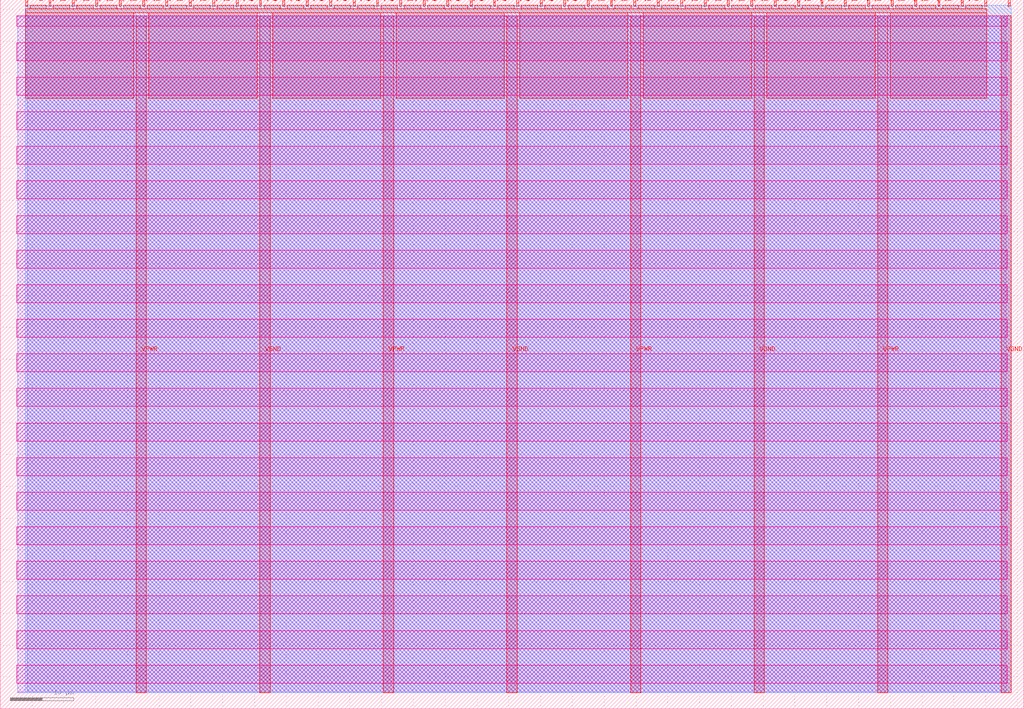
<source format=lef>
VERSION 5.7 ;
  NOWIREEXTENSIONATPIN ON ;
  DIVIDERCHAR "/" ;
  BUSBITCHARS "[]" ;
MACRO tt_um_wokwi_394618582085551105
  CLASS BLOCK ;
  FOREIGN tt_um_wokwi_394618582085551105 ;
  ORIGIN 0.000 0.000 ;
  SIZE 161.000 BY 111.520 ;
  PIN VGND
    DIRECTION INOUT ;
    USE GROUND ;
    PORT
      LAYER met4 ;
        RECT 40.830 2.480 42.430 109.040 ;
    END
    PORT
      LAYER met4 ;
        RECT 79.700 2.480 81.300 109.040 ;
    END
    PORT
      LAYER met4 ;
        RECT 118.570 2.480 120.170 109.040 ;
    END
    PORT
      LAYER met4 ;
        RECT 157.440 2.480 159.040 109.040 ;
    END
  END VGND
  PIN VPWR
    DIRECTION INOUT ;
    USE POWER ;
    PORT
      LAYER met4 ;
        RECT 21.395 2.480 22.995 109.040 ;
    END
    PORT
      LAYER met4 ;
        RECT 60.265 2.480 61.865 109.040 ;
    END
    PORT
      LAYER met4 ;
        RECT 99.135 2.480 100.735 109.040 ;
    END
    PORT
      LAYER met4 ;
        RECT 138.005 2.480 139.605 109.040 ;
    END
  END VPWR
  PIN clk
    DIRECTION INPUT ;
    USE SIGNAL ;
    ANTENNAGATEAREA 0.852000 ;
    PORT
      LAYER met4 ;
        RECT 154.870 110.520 155.170 111.520 ;
    END
  END clk
  PIN ena
    DIRECTION INPUT ;
    USE SIGNAL ;
    PORT
      LAYER met4 ;
        RECT 158.550 110.520 158.850 111.520 ;
    END
  END ena
  PIN rst_n
    DIRECTION INPUT ;
    USE SIGNAL ;
    ANTENNAGATEAREA 0.196500 ;
    PORT
      LAYER met4 ;
        RECT 151.190 110.520 151.490 111.520 ;
    END
  END rst_n
  PIN ui_in[0]
    DIRECTION INPUT ;
    USE SIGNAL ;
    PORT
      LAYER met4 ;
        RECT 147.510 110.520 147.810 111.520 ;
    END
  END ui_in[0]
  PIN ui_in[1]
    DIRECTION INPUT ;
    USE SIGNAL ;
    PORT
      LAYER met4 ;
        RECT 143.830 110.520 144.130 111.520 ;
    END
  END ui_in[1]
  PIN ui_in[2]
    DIRECTION INPUT ;
    USE SIGNAL ;
    PORT
      LAYER met4 ;
        RECT 140.150 110.520 140.450 111.520 ;
    END
  END ui_in[2]
  PIN ui_in[3]
    DIRECTION INPUT ;
    USE SIGNAL ;
    PORT
      LAYER met4 ;
        RECT 136.470 110.520 136.770 111.520 ;
    END
  END ui_in[3]
  PIN ui_in[4]
    DIRECTION INPUT ;
    USE SIGNAL ;
    PORT
      LAYER met4 ;
        RECT 132.790 110.520 133.090 111.520 ;
    END
  END ui_in[4]
  PIN ui_in[5]
    DIRECTION INPUT ;
    USE SIGNAL ;
    PORT
      LAYER met4 ;
        RECT 129.110 110.520 129.410 111.520 ;
    END
  END ui_in[5]
  PIN ui_in[6]
    DIRECTION INPUT ;
    USE SIGNAL ;
    PORT
      LAYER met4 ;
        RECT 125.430 110.520 125.730 111.520 ;
    END
  END ui_in[6]
  PIN ui_in[7]
    DIRECTION INPUT ;
    USE SIGNAL ;
    PORT
      LAYER met4 ;
        RECT 121.750 110.520 122.050 111.520 ;
    END
  END ui_in[7]
  PIN uio_in[0]
    DIRECTION INPUT ;
    USE SIGNAL ;
    ANTENNAGATEAREA 0.196500 ;
    PORT
      LAYER met4 ;
        RECT 118.070 110.520 118.370 111.520 ;
    END
  END uio_in[0]
  PIN uio_in[1]
    DIRECTION INPUT ;
    USE SIGNAL ;
    ANTENNAGATEAREA 0.126000 ;
    PORT
      LAYER met4 ;
        RECT 114.390 110.520 114.690 111.520 ;
    END
  END uio_in[1]
  PIN uio_in[2]
    DIRECTION INPUT ;
    USE SIGNAL ;
    ANTENNAGATEAREA 0.196500 ;
    PORT
      LAYER met4 ;
        RECT 110.710 110.520 111.010 111.520 ;
    END
  END uio_in[2]
  PIN uio_in[3]
    DIRECTION INPUT ;
    USE SIGNAL ;
    ANTENNAGATEAREA 0.126000 ;
    PORT
      LAYER met4 ;
        RECT 107.030 110.520 107.330 111.520 ;
    END
  END uio_in[3]
  PIN uio_in[4]
    DIRECTION INPUT ;
    USE SIGNAL ;
    PORT
      LAYER met4 ;
        RECT 103.350 110.520 103.650 111.520 ;
    END
  END uio_in[4]
  PIN uio_in[5]
    DIRECTION INPUT ;
    USE SIGNAL ;
    PORT
      LAYER met4 ;
        RECT 99.670 110.520 99.970 111.520 ;
    END
  END uio_in[5]
  PIN uio_in[6]
    DIRECTION INPUT ;
    USE SIGNAL ;
    PORT
      LAYER met4 ;
        RECT 95.990 110.520 96.290 111.520 ;
    END
  END uio_in[6]
  PIN uio_in[7]
    DIRECTION INPUT ;
    USE SIGNAL ;
    PORT
      LAYER met4 ;
        RECT 92.310 110.520 92.610 111.520 ;
    END
  END uio_in[7]
  PIN uio_oe[0]
    DIRECTION OUTPUT TRISTATE ;
    USE SIGNAL ;
    PORT
      LAYER met4 ;
        RECT 29.750 110.520 30.050 111.520 ;
    END
  END uio_oe[0]
  PIN uio_oe[1]
    DIRECTION OUTPUT TRISTATE ;
    USE SIGNAL ;
    PORT
      LAYER met4 ;
        RECT 26.070 110.520 26.370 111.520 ;
    END
  END uio_oe[1]
  PIN uio_oe[2]
    DIRECTION OUTPUT TRISTATE ;
    USE SIGNAL ;
    PORT
      LAYER met4 ;
        RECT 22.390 110.520 22.690 111.520 ;
    END
  END uio_oe[2]
  PIN uio_oe[3]
    DIRECTION OUTPUT TRISTATE ;
    USE SIGNAL ;
    PORT
      LAYER met4 ;
        RECT 18.710 110.520 19.010 111.520 ;
    END
  END uio_oe[3]
  PIN uio_oe[4]
    DIRECTION OUTPUT TRISTATE ;
    USE SIGNAL ;
    PORT
      LAYER met4 ;
        RECT 15.030 110.520 15.330 111.520 ;
    END
  END uio_oe[4]
  PIN uio_oe[5]
    DIRECTION OUTPUT TRISTATE ;
    USE SIGNAL ;
    PORT
      LAYER met4 ;
        RECT 11.350 110.520 11.650 111.520 ;
    END
  END uio_oe[5]
  PIN uio_oe[6]
    DIRECTION OUTPUT TRISTATE ;
    USE SIGNAL ;
    PORT
      LAYER met4 ;
        RECT 7.670 110.520 7.970 111.520 ;
    END
  END uio_oe[6]
  PIN uio_oe[7]
    DIRECTION OUTPUT TRISTATE ;
    USE SIGNAL ;
    PORT
      LAYER met4 ;
        RECT 3.990 110.520 4.290 111.520 ;
    END
  END uio_oe[7]
  PIN uio_out[0]
    DIRECTION OUTPUT TRISTATE ;
    USE SIGNAL ;
    PORT
      LAYER met4 ;
        RECT 59.190 110.520 59.490 111.520 ;
    END
  END uio_out[0]
  PIN uio_out[1]
    DIRECTION OUTPUT TRISTATE ;
    USE SIGNAL ;
    PORT
      LAYER met4 ;
        RECT 55.510 110.520 55.810 111.520 ;
    END
  END uio_out[1]
  PIN uio_out[2]
    DIRECTION OUTPUT TRISTATE ;
    USE SIGNAL ;
    PORT
      LAYER met4 ;
        RECT 51.830 110.520 52.130 111.520 ;
    END
  END uio_out[2]
  PIN uio_out[3]
    DIRECTION OUTPUT TRISTATE ;
    USE SIGNAL ;
    PORT
      LAYER met4 ;
        RECT 48.150 110.520 48.450 111.520 ;
    END
  END uio_out[3]
  PIN uio_out[4]
    DIRECTION OUTPUT TRISTATE ;
    USE SIGNAL ;
    ANTENNADIFFAREA 0.445500 ;
    PORT
      LAYER met4 ;
        RECT 44.470 110.520 44.770 111.520 ;
    END
  END uio_out[4]
  PIN uio_out[5]
    DIRECTION OUTPUT TRISTATE ;
    USE SIGNAL ;
    ANTENNADIFFAREA 0.795200 ;
    PORT
      LAYER met4 ;
        RECT 40.790 110.520 41.090 111.520 ;
    END
  END uio_out[5]
  PIN uio_out[6]
    DIRECTION OUTPUT TRISTATE ;
    USE SIGNAL ;
    ANTENNADIFFAREA 0.445500 ;
    PORT
      LAYER met4 ;
        RECT 37.110 110.520 37.410 111.520 ;
    END
  END uio_out[6]
  PIN uio_out[7]
    DIRECTION OUTPUT TRISTATE ;
    USE SIGNAL ;
    ANTENNADIFFAREA 0.795200 ;
    PORT
      LAYER met4 ;
        RECT 33.430 110.520 33.730 111.520 ;
    END
  END uio_out[7]
  PIN uo_out[0]
    DIRECTION OUTPUT TRISTATE ;
    USE SIGNAL ;
    ANTENNADIFFAREA 0.795200 ;
    PORT
      LAYER met4 ;
        RECT 88.630 110.520 88.930 111.520 ;
    END
  END uo_out[0]
  PIN uo_out[1]
    DIRECTION OUTPUT TRISTATE ;
    USE SIGNAL ;
    ANTENNADIFFAREA 0.445500 ;
    PORT
      LAYER met4 ;
        RECT 84.950 110.520 85.250 111.520 ;
    END
  END uo_out[1]
  PIN uo_out[2]
    DIRECTION OUTPUT TRISTATE ;
    USE SIGNAL ;
    ANTENNADIFFAREA 0.795200 ;
    PORT
      LAYER met4 ;
        RECT 81.270 110.520 81.570 111.520 ;
    END
  END uo_out[2]
  PIN uo_out[3]
    DIRECTION OUTPUT TRISTATE ;
    USE SIGNAL ;
    ANTENNADIFFAREA 0.445500 ;
    PORT
      LAYER met4 ;
        RECT 77.590 110.520 77.890 111.520 ;
    END
  END uo_out[3]
  PIN uo_out[4]
    DIRECTION OUTPUT TRISTATE ;
    USE SIGNAL ;
    ANTENNADIFFAREA 0.795200 ;
    PORT
      LAYER met4 ;
        RECT 73.910 110.520 74.210 111.520 ;
    END
  END uo_out[4]
  PIN uo_out[5]
    DIRECTION OUTPUT TRISTATE ;
    USE SIGNAL ;
    ANTENNADIFFAREA 0.445500 ;
    PORT
      LAYER met4 ;
        RECT 70.230 110.520 70.530 111.520 ;
    END
  END uo_out[5]
  PIN uo_out[6]
    DIRECTION OUTPUT TRISTATE ;
    USE SIGNAL ;
    ANTENNADIFFAREA 0.795200 ;
    PORT
      LAYER met4 ;
        RECT 66.550 110.520 66.850 111.520 ;
    END
  END uo_out[6]
  PIN uo_out[7]
    DIRECTION OUTPUT TRISTATE ;
    USE SIGNAL ;
    ANTENNADIFFAREA 0.795200 ;
    PORT
      LAYER met4 ;
        RECT 62.870 110.520 63.170 111.520 ;
    END
  END uo_out[7]
  OBS
      LAYER nwell ;
        RECT 2.570 107.385 158.430 108.990 ;
        RECT 2.570 101.945 158.430 104.775 ;
        RECT 2.570 96.505 158.430 99.335 ;
        RECT 2.570 91.065 158.430 93.895 ;
        RECT 2.570 85.625 158.430 88.455 ;
        RECT 2.570 80.185 158.430 83.015 ;
        RECT 2.570 74.745 158.430 77.575 ;
        RECT 2.570 69.305 158.430 72.135 ;
        RECT 2.570 63.865 158.430 66.695 ;
        RECT 2.570 58.425 158.430 61.255 ;
        RECT 2.570 52.985 158.430 55.815 ;
        RECT 2.570 47.545 158.430 50.375 ;
        RECT 2.570 42.105 158.430 44.935 ;
        RECT 2.570 36.665 158.430 39.495 ;
        RECT 2.570 31.225 158.430 34.055 ;
        RECT 2.570 25.785 158.430 28.615 ;
        RECT 2.570 20.345 158.430 23.175 ;
        RECT 2.570 14.905 158.430 17.735 ;
        RECT 2.570 9.465 158.430 12.295 ;
        RECT 2.570 4.025 158.430 6.855 ;
      LAYER li1 ;
        RECT 2.760 2.635 158.240 108.885 ;
      LAYER met1 ;
        RECT 2.760 2.480 159.040 109.040 ;
      LAYER met2 ;
        RECT 4.230 2.535 159.010 110.685 ;
      LAYER met3 ;
        RECT 3.950 2.555 159.030 110.665 ;
      LAYER met4 ;
        RECT 4.690 110.120 7.270 110.665 ;
        RECT 8.370 110.120 10.950 110.665 ;
        RECT 12.050 110.120 14.630 110.665 ;
        RECT 15.730 110.120 18.310 110.665 ;
        RECT 19.410 110.120 21.990 110.665 ;
        RECT 23.090 110.120 25.670 110.665 ;
        RECT 26.770 110.120 29.350 110.665 ;
        RECT 30.450 110.120 33.030 110.665 ;
        RECT 34.130 110.120 36.710 110.665 ;
        RECT 37.810 110.120 40.390 110.665 ;
        RECT 41.490 110.120 44.070 110.665 ;
        RECT 45.170 110.120 47.750 110.665 ;
        RECT 48.850 110.120 51.430 110.665 ;
        RECT 52.530 110.120 55.110 110.665 ;
        RECT 56.210 110.120 58.790 110.665 ;
        RECT 59.890 110.120 62.470 110.665 ;
        RECT 63.570 110.120 66.150 110.665 ;
        RECT 67.250 110.120 69.830 110.665 ;
        RECT 70.930 110.120 73.510 110.665 ;
        RECT 74.610 110.120 77.190 110.665 ;
        RECT 78.290 110.120 80.870 110.665 ;
        RECT 81.970 110.120 84.550 110.665 ;
        RECT 85.650 110.120 88.230 110.665 ;
        RECT 89.330 110.120 91.910 110.665 ;
        RECT 93.010 110.120 95.590 110.665 ;
        RECT 96.690 110.120 99.270 110.665 ;
        RECT 100.370 110.120 102.950 110.665 ;
        RECT 104.050 110.120 106.630 110.665 ;
        RECT 107.730 110.120 110.310 110.665 ;
        RECT 111.410 110.120 113.990 110.665 ;
        RECT 115.090 110.120 117.670 110.665 ;
        RECT 118.770 110.120 121.350 110.665 ;
        RECT 122.450 110.120 125.030 110.665 ;
        RECT 126.130 110.120 128.710 110.665 ;
        RECT 129.810 110.120 132.390 110.665 ;
        RECT 133.490 110.120 136.070 110.665 ;
        RECT 137.170 110.120 139.750 110.665 ;
        RECT 140.850 110.120 143.430 110.665 ;
        RECT 144.530 110.120 147.110 110.665 ;
        RECT 148.210 110.120 150.790 110.665 ;
        RECT 151.890 110.120 154.470 110.665 ;
        RECT 3.975 109.440 155.185 110.120 ;
        RECT 3.975 96.055 20.995 109.440 ;
        RECT 23.395 96.055 40.430 109.440 ;
        RECT 42.830 96.055 59.865 109.440 ;
        RECT 62.265 96.055 79.300 109.440 ;
        RECT 81.700 96.055 98.735 109.440 ;
        RECT 101.135 96.055 118.170 109.440 ;
        RECT 120.570 96.055 137.605 109.440 ;
        RECT 140.005 96.055 155.185 109.440 ;
  END
END tt_um_wokwi_394618582085551105
END LIBRARY


</source>
